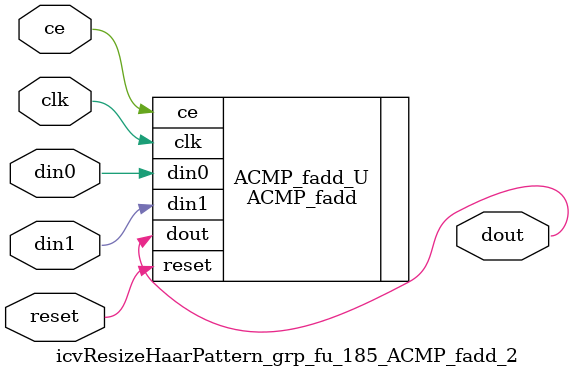
<source format=v>

`timescale 1 ns / 1 ps
module icvResizeHaarPattern_grp_fu_185_ACMP_fadd_2(
    clk,
    reset,
    ce,
    din0,
    din1,
    dout);

parameter ID = 32'd1;
parameter NUM_STAGE = 32'd1;
parameter din0_WIDTH = 32'd1;
parameter din1_WIDTH = 32'd1;
parameter dout_WIDTH = 32'd1;
input clk;
input reset;
input ce;
input[din0_WIDTH - 1:0] din0;
input[din1_WIDTH - 1:0] din1;
output[dout_WIDTH - 1:0] dout;



ACMP_fadd #(
.ID( ID ),
.NUM_STAGE( 4 ),
.din0_WIDTH( din0_WIDTH ),
.din1_WIDTH( din1_WIDTH ),
.dout_WIDTH( dout_WIDTH ))
ACMP_fadd_U(
    .clk( clk ),
    .reset( reset ),
    .ce( ce ),
    .din0( din0 ),
    .din1( din1 ),
    .dout( dout ));

endmodule

</source>
